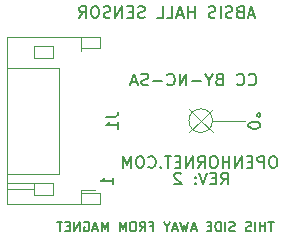
<source format=gbr>
%TF.GenerationSoftware,KiCad,Pcbnew,(5.1.9)-1*%
%TF.CreationDate,2021-10-16T13:59:42-06:00*%
%TF.ProjectId,ABSIS_Hall_Sensor,41425349-535f-4486-916c-6c5f53656e73,rev?*%
%TF.SameCoordinates,Original*%
%TF.FileFunction,Legend,Bot*%
%TF.FilePolarity,Positive*%
%FSLAX46Y46*%
G04 Gerber Fmt 4.6, Leading zero omitted, Abs format (unit mm)*
G04 Created by KiCad (PCBNEW (5.1.9)-1) date 2021-10-16 13:59:42*
%MOMM*%
%LPD*%
G01*
G04 APERTURE LIST*
%ADD10C,0.150000*%
%ADD11C,0.120000*%
G04 APERTURE END LIST*
D10*
X182008904Y-106876904D02*
X181551761Y-106876904D01*
X181780333Y-107676904D02*
X181780333Y-106876904D01*
X181285095Y-107676904D02*
X181285095Y-106876904D01*
X181285095Y-107257857D02*
X180827952Y-107257857D01*
X180827952Y-107676904D02*
X180827952Y-106876904D01*
X180447000Y-107676904D02*
X180447000Y-106876904D01*
X180104142Y-107638809D02*
X179989857Y-107676904D01*
X179799380Y-107676904D01*
X179723190Y-107638809D01*
X179685095Y-107600714D01*
X179647000Y-107524523D01*
X179647000Y-107448333D01*
X179685095Y-107372142D01*
X179723190Y-107334047D01*
X179799380Y-107295952D01*
X179951761Y-107257857D01*
X180027952Y-107219761D01*
X180066047Y-107181666D01*
X180104142Y-107105476D01*
X180104142Y-107029285D01*
X180066047Y-106953095D01*
X180027952Y-106915000D01*
X179951761Y-106876904D01*
X179761285Y-106876904D01*
X179647000Y-106915000D01*
X178732714Y-107638809D02*
X178618428Y-107676904D01*
X178427952Y-107676904D01*
X178351761Y-107638809D01*
X178313666Y-107600714D01*
X178275571Y-107524523D01*
X178275571Y-107448333D01*
X178313666Y-107372142D01*
X178351761Y-107334047D01*
X178427952Y-107295952D01*
X178580333Y-107257857D01*
X178656523Y-107219761D01*
X178694619Y-107181666D01*
X178732714Y-107105476D01*
X178732714Y-107029285D01*
X178694619Y-106953095D01*
X178656523Y-106915000D01*
X178580333Y-106876904D01*
X178389857Y-106876904D01*
X178275571Y-106915000D01*
X177932714Y-107676904D02*
X177932714Y-106876904D01*
X177551761Y-107676904D02*
X177551761Y-106876904D01*
X177361285Y-106876904D01*
X177247000Y-106915000D01*
X177170809Y-106991190D01*
X177132714Y-107067380D01*
X177094619Y-107219761D01*
X177094619Y-107334047D01*
X177132714Y-107486428D01*
X177170809Y-107562619D01*
X177247000Y-107638809D01*
X177361285Y-107676904D01*
X177551761Y-107676904D01*
X176751761Y-107257857D02*
X176485095Y-107257857D01*
X176370809Y-107676904D02*
X176751761Y-107676904D01*
X176751761Y-106876904D01*
X176370809Y-106876904D01*
X175456523Y-107448333D02*
X175075571Y-107448333D01*
X175532714Y-107676904D02*
X175266047Y-106876904D01*
X174999380Y-107676904D01*
X174808904Y-106876904D02*
X174618428Y-107676904D01*
X174466047Y-107105476D01*
X174313666Y-107676904D01*
X174123190Y-106876904D01*
X173856523Y-107448333D02*
X173475571Y-107448333D01*
X173932714Y-107676904D02*
X173666047Y-106876904D01*
X173399380Y-107676904D01*
X172980333Y-107295952D02*
X172980333Y-107676904D01*
X173247000Y-106876904D02*
X172980333Y-107295952D01*
X172713666Y-106876904D01*
X171570809Y-107257857D02*
X171837476Y-107257857D01*
X171837476Y-107676904D02*
X171837476Y-106876904D01*
X171456523Y-106876904D01*
X170694619Y-107676904D02*
X170961285Y-107295952D01*
X171151761Y-107676904D02*
X171151761Y-106876904D01*
X170847000Y-106876904D01*
X170770809Y-106915000D01*
X170732714Y-106953095D01*
X170694619Y-107029285D01*
X170694619Y-107143571D01*
X170732714Y-107219761D01*
X170770809Y-107257857D01*
X170847000Y-107295952D01*
X171151761Y-107295952D01*
X170199380Y-106876904D02*
X170047000Y-106876904D01*
X169970809Y-106915000D01*
X169894619Y-106991190D01*
X169856523Y-107143571D01*
X169856523Y-107410238D01*
X169894619Y-107562619D01*
X169970809Y-107638809D01*
X170047000Y-107676904D01*
X170199380Y-107676904D01*
X170275571Y-107638809D01*
X170351761Y-107562619D01*
X170389857Y-107410238D01*
X170389857Y-107143571D01*
X170351761Y-106991190D01*
X170275571Y-106915000D01*
X170199380Y-106876904D01*
X169513666Y-107676904D02*
X169513666Y-106876904D01*
X169247000Y-107448333D01*
X168980333Y-106876904D01*
X168980333Y-107676904D01*
X167989857Y-107676904D02*
X167989857Y-106876904D01*
X167723190Y-107448333D01*
X167456523Y-106876904D01*
X167456523Y-107676904D01*
X167113666Y-107448333D02*
X166732714Y-107448333D01*
X167189857Y-107676904D02*
X166923190Y-106876904D01*
X166656523Y-107676904D01*
X165970809Y-106915000D02*
X166047000Y-106876904D01*
X166161285Y-106876904D01*
X166275571Y-106915000D01*
X166351761Y-106991190D01*
X166389857Y-107067380D01*
X166427952Y-107219761D01*
X166427952Y-107334047D01*
X166389857Y-107486428D01*
X166351761Y-107562619D01*
X166275571Y-107638809D01*
X166161285Y-107676904D01*
X166085095Y-107676904D01*
X165970809Y-107638809D01*
X165932714Y-107600714D01*
X165932714Y-107334047D01*
X166085095Y-107334047D01*
X165589857Y-107676904D02*
X165589857Y-106876904D01*
X165132714Y-107676904D01*
X165132714Y-106876904D01*
X164751761Y-107257857D02*
X164485095Y-107257857D01*
X164370809Y-107676904D02*
X164751761Y-107676904D01*
X164751761Y-106876904D01*
X164370809Y-106876904D01*
X164142238Y-106876904D02*
X163685095Y-106876904D01*
X163913666Y-107676904D02*
X163913666Y-106876904D01*
X180887619Y-98726571D02*
X180887619Y-98631333D01*
X180840000Y-98536095D01*
X180792380Y-98488476D01*
X180697142Y-98440857D01*
X180506666Y-98393238D01*
X180268571Y-98393238D01*
X180078095Y-98440857D01*
X179982857Y-98488476D01*
X179935238Y-98536095D01*
X179887619Y-98631333D01*
X179887619Y-98726571D01*
X179935238Y-98821809D01*
X179982857Y-98869428D01*
X180078095Y-98917047D01*
X180268571Y-98964666D01*
X180506666Y-98964666D01*
X180697142Y-98917047D01*
X180792380Y-98869428D01*
X180840000Y-98821809D01*
X180887619Y-98726571D01*
X180887619Y-97821809D02*
X180840000Y-97917047D01*
X180744761Y-97964666D01*
X180649523Y-97917047D01*
X180601904Y-97821809D01*
X180649523Y-97726571D01*
X180744761Y-97678952D01*
X180840000Y-97726571D01*
X180887619Y-97821809D01*
X168379380Y-103696714D02*
X168379380Y-103125285D01*
X168379380Y-103411000D02*
X167379380Y-103411000D01*
X167522238Y-103315761D01*
X167617476Y-103220523D01*
X167665095Y-103125285D01*
X177561666Y-103703380D02*
X177895000Y-103227190D01*
X178133095Y-103703380D02*
X178133095Y-102703380D01*
X177752142Y-102703380D01*
X177656904Y-102751000D01*
X177609285Y-102798619D01*
X177561666Y-102893857D01*
X177561666Y-103036714D01*
X177609285Y-103131952D01*
X177656904Y-103179571D01*
X177752142Y-103227190D01*
X178133095Y-103227190D01*
X177133095Y-103179571D02*
X176799761Y-103179571D01*
X176656904Y-103703380D02*
X177133095Y-103703380D01*
X177133095Y-102703380D01*
X176656904Y-102703380D01*
X176371190Y-102703380D02*
X176037857Y-103703380D01*
X175704523Y-102703380D01*
X175371190Y-103608142D02*
X175323571Y-103655761D01*
X175371190Y-103703380D01*
X175418809Y-103655761D01*
X175371190Y-103608142D01*
X175371190Y-103703380D01*
X175371190Y-103084333D02*
X175323571Y-103131952D01*
X175371190Y-103179571D01*
X175418809Y-103131952D01*
X175371190Y-103084333D01*
X175371190Y-103179571D01*
X174180714Y-102798619D02*
X174133095Y-102751000D01*
X174037857Y-102703380D01*
X173799761Y-102703380D01*
X173704523Y-102751000D01*
X173656904Y-102798619D01*
X173609285Y-102893857D01*
X173609285Y-102989095D01*
X173656904Y-103131952D01*
X174228333Y-103703380D01*
X173609285Y-103703380D01*
X182077523Y-101306380D02*
X181887047Y-101306380D01*
X181791809Y-101354000D01*
X181696571Y-101449238D01*
X181648952Y-101639714D01*
X181648952Y-101973047D01*
X181696571Y-102163523D01*
X181791809Y-102258761D01*
X181887047Y-102306380D01*
X182077523Y-102306380D01*
X182172761Y-102258761D01*
X182268000Y-102163523D01*
X182315619Y-101973047D01*
X182315619Y-101639714D01*
X182268000Y-101449238D01*
X182172761Y-101354000D01*
X182077523Y-101306380D01*
X181220380Y-102306380D02*
X181220380Y-101306380D01*
X180839428Y-101306380D01*
X180744190Y-101354000D01*
X180696571Y-101401619D01*
X180648952Y-101496857D01*
X180648952Y-101639714D01*
X180696571Y-101734952D01*
X180744190Y-101782571D01*
X180839428Y-101830190D01*
X181220380Y-101830190D01*
X180220380Y-101782571D02*
X179887047Y-101782571D01*
X179744190Y-102306380D02*
X180220380Y-102306380D01*
X180220380Y-101306380D01*
X179744190Y-101306380D01*
X179315619Y-102306380D02*
X179315619Y-101306380D01*
X178744190Y-102306380D01*
X178744190Y-101306380D01*
X178268000Y-102306380D02*
X178268000Y-101306380D01*
X178268000Y-101782571D02*
X177696571Y-101782571D01*
X177696571Y-102306380D02*
X177696571Y-101306380D01*
X177029904Y-101306380D02*
X176839428Y-101306380D01*
X176744190Y-101354000D01*
X176648952Y-101449238D01*
X176601333Y-101639714D01*
X176601333Y-101973047D01*
X176648952Y-102163523D01*
X176744190Y-102258761D01*
X176839428Y-102306380D01*
X177029904Y-102306380D01*
X177125142Y-102258761D01*
X177220380Y-102163523D01*
X177268000Y-101973047D01*
X177268000Y-101639714D01*
X177220380Y-101449238D01*
X177125142Y-101354000D01*
X177029904Y-101306380D01*
X175601333Y-102306380D02*
X175934666Y-101830190D01*
X176172761Y-102306380D02*
X176172761Y-101306380D01*
X175791809Y-101306380D01*
X175696571Y-101354000D01*
X175648952Y-101401619D01*
X175601333Y-101496857D01*
X175601333Y-101639714D01*
X175648952Y-101734952D01*
X175696571Y-101782571D01*
X175791809Y-101830190D01*
X176172761Y-101830190D01*
X175172761Y-102306380D02*
X175172761Y-101306380D01*
X174601333Y-102306380D01*
X174601333Y-101306380D01*
X174125142Y-101782571D02*
X173791809Y-101782571D01*
X173648952Y-102306380D02*
X174125142Y-102306380D01*
X174125142Y-101306380D01*
X173648952Y-101306380D01*
X173363238Y-101306380D02*
X172791809Y-101306380D01*
X173077523Y-102306380D02*
X173077523Y-101306380D01*
X172458476Y-102211142D02*
X172410857Y-102258761D01*
X172458476Y-102306380D01*
X172506095Y-102258761D01*
X172458476Y-102211142D01*
X172458476Y-102306380D01*
X171410857Y-102211142D02*
X171458476Y-102258761D01*
X171601333Y-102306380D01*
X171696571Y-102306380D01*
X171839428Y-102258761D01*
X171934666Y-102163523D01*
X171982285Y-102068285D01*
X172029904Y-101877809D01*
X172029904Y-101734952D01*
X171982285Y-101544476D01*
X171934666Y-101449238D01*
X171839428Y-101354000D01*
X171696571Y-101306380D01*
X171601333Y-101306380D01*
X171458476Y-101354000D01*
X171410857Y-101401619D01*
X170791809Y-101306380D02*
X170601333Y-101306380D01*
X170506095Y-101354000D01*
X170410857Y-101449238D01*
X170363238Y-101639714D01*
X170363238Y-101973047D01*
X170410857Y-102163523D01*
X170506095Y-102258761D01*
X170601333Y-102306380D01*
X170791809Y-102306380D01*
X170887047Y-102258761D01*
X170982285Y-102163523D01*
X171029904Y-101973047D01*
X171029904Y-101639714D01*
X170982285Y-101449238D01*
X170887047Y-101354000D01*
X170791809Y-101306380D01*
X169934666Y-102306380D02*
X169934666Y-101306380D01*
X169601333Y-102020666D01*
X169268000Y-101306380D01*
X169268000Y-102306380D01*
X179926666Y-95226142D02*
X179974285Y-95273761D01*
X180117142Y-95321380D01*
X180212380Y-95321380D01*
X180355238Y-95273761D01*
X180450476Y-95178523D01*
X180498095Y-95083285D01*
X180545714Y-94892809D01*
X180545714Y-94749952D01*
X180498095Y-94559476D01*
X180450476Y-94464238D01*
X180355238Y-94369000D01*
X180212380Y-94321380D01*
X180117142Y-94321380D01*
X179974285Y-94369000D01*
X179926666Y-94416619D01*
X178926666Y-95226142D02*
X178974285Y-95273761D01*
X179117142Y-95321380D01*
X179212380Y-95321380D01*
X179355238Y-95273761D01*
X179450476Y-95178523D01*
X179498095Y-95083285D01*
X179545714Y-94892809D01*
X179545714Y-94749952D01*
X179498095Y-94559476D01*
X179450476Y-94464238D01*
X179355238Y-94369000D01*
X179212380Y-94321380D01*
X179117142Y-94321380D01*
X178974285Y-94369000D01*
X178926666Y-94416619D01*
X177402857Y-94797571D02*
X177260000Y-94845190D01*
X177212380Y-94892809D01*
X177164761Y-94988047D01*
X177164761Y-95130904D01*
X177212380Y-95226142D01*
X177260000Y-95273761D01*
X177355238Y-95321380D01*
X177736190Y-95321380D01*
X177736190Y-94321380D01*
X177402857Y-94321380D01*
X177307619Y-94369000D01*
X177260000Y-94416619D01*
X177212380Y-94511857D01*
X177212380Y-94607095D01*
X177260000Y-94702333D01*
X177307619Y-94749952D01*
X177402857Y-94797571D01*
X177736190Y-94797571D01*
X176545714Y-94845190D02*
X176545714Y-95321380D01*
X176879047Y-94321380D02*
X176545714Y-94845190D01*
X176212380Y-94321380D01*
X175879047Y-94940428D02*
X175117142Y-94940428D01*
X174640952Y-95321380D02*
X174640952Y-94321380D01*
X174069523Y-95321380D01*
X174069523Y-94321380D01*
X173021904Y-95226142D02*
X173069523Y-95273761D01*
X173212380Y-95321380D01*
X173307619Y-95321380D01*
X173450476Y-95273761D01*
X173545714Y-95178523D01*
X173593333Y-95083285D01*
X173640952Y-94892809D01*
X173640952Y-94749952D01*
X173593333Y-94559476D01*
X173545714Y-94464238D01*
X173450476Y-94369000D01*
X173307619Y-94321380D01*
X173212380Y-94321380D01*
X173069523Y-94369000D01*
X173021904Y-94416619D01*
X172593333Y-94940428D02*
X171831428Y-94940428D01*
X171402857Y-95273761D02*
X171260000Y-95321380D01*
X171021904Y-95321380D01*
X170926666Y-95273761D01*
X170879047Y-95226142D01*
X170831428Y-95130904D01*
X170831428Y-95035666D01*
X170879047Y-94940428D01*
X170926666Y-94892809D01*
X171021904Y-94845190D01*
X171212380Y-94797571D01*
X171307619Y-94749952D01*
X171355238Y-94702333D01*
X171402857Y-94607095D01*
X171402857Y-94511857D01*
X171355238Y-94416619D01*
X171307619Y-94369000D01*
X171212380Y-94321380D01*
X170974285Y-94321380D01*
X170831428Y-94369000D01*
X170450476Y-95035666D02*
X169974285Y-95035666D01*
X170545714Y-95321380D02*
X170212380Y-94321380D01*
X169879047Y-95321380D01*
X180378761Y-89320666D02*
X179902571Y-89320666D01*
X180474000Y-89606380D02*
X180140666Y-88606380D01*
X179807333Y-89606380D01*
X179140666Y-89082571D02*
X178997809Y-89130190D01*
X178950190Y-89177809D01*
X178902571Y-89273047D01*
X178902571Y-89415904D01*
X178950190Y-89511142D01*
X178997809Y-89558761D01*
X179093047Y-89606380D01*
X179474000Y-89606380D01*
X179474000Y-88606380D01*
X179140666Y-88606380D01*
X179045428Y-88654000D01*
X178997809Y-88701619D01*
X178950190Y-88796857D01*
X178950190Y-88892095D01*
X178997809Y-88987333D01*
X179045428Y-89034952D01*
X179140666Y-89082571D01*
X179474000Y-89082571D01*
X178521619Y-89558761D02*
X178378761Y-89606380D01*
X178140666Y-89606380D01*
X178045428Y-89558761D01*
X177997809Y-89511142D01*
X177950190Y-89415904D01*
X177950190Y-89320666D01*
X177997809Y-89225428D01*
X178045428Y-89177809D01*
X178140666Y-89130190D01*
X178331142Y-89082571D01*
X178426380Y-89034952D01*
X178474000Y-88987333D01*
X178521619Y-88892095D01*
X178521619Y-88796857D01*
X178474000Y-88701619D01*
X178426380Y-88654000D01*
X178331142Y-88606380D01*
X178093047Y-88606380D01*
X177950190Y-88654000D01*
X177521619Y-89606380D02*
X177521619Y-88606380D01*
X177093047Y-89558761D02*
X176950190Y-89606380D01*
X176712095Y-89606380D01*
X176616857Y-89558761D01*
X176569238Y-89511142D01*
X176521619Y-89415904D01*
X176521619Y-89320666D01*
X176569238Y-89225428D01*
X176616857Y-89177809D01*
X176712095Y-89130190D01*
X176902571Y-89082571D01*
X176997809Y-89034952D01*
X177045428Y-88987333D01*
X177093047Y-88892095D01*
X177093047Y-88796857D01*
X177045428Y-88701619D01*
X176997809Y-88654000D01*
X176902571Y-88606380D01*
X176664476Y-88606380D01*
X176521619Y-88654000D01*
X175331142Y-89606380D02*
X175331142Y-88606380D01*
X175331142Y-89082571D02*
X174759714Y-89082571D01*
X174759714Y-89606380D02*
X174759714Y-88606380D01*
X174331142Y-89320666D02*
X173854952Y-89320666D01*
X174426380Y-89606380D02*
X174093047Y-88606380D01*
X173759714Y-89606380D01*
X172950190Y-89606380D02*
X173426380Y-89606380D01*
X173426380Y-88606380D01*
X172140666Y-89606380D02*
X172616857Y-89606380D01*
X172616857Y-88606380D01*
X171093047Y-89558761D02*
X170950190Y-89606380D01*
X170712095Y-89606380D01*
X170616857Y-89558761D01*
X170569238Y-89511142D01*
X170521619Y-89415904D01*
X170521619Y-89320666D01*
X170569238Y-89225428D01*
X170616857Y-89177809D01*
X170712095Y-89130190D01*
X170902571Y-89082571D01*
X170997809Y-89034952D01*
X171045428Y-88987333D01*
X171093047Y-88892095D01*
X171093047Y-88796857D01*
X171045428Y-88701619D01*
X170997809Y-88654000D01*
X170902571Y-88606380D01*
X170664476Y-88606380D01*
X170521619Y-88654000D01*
X170093047Y-89082571D02*
X169759714Y-89082571D01*
X169616857Y-89606380D02*
X170093047Y-89606380D01*
X170093047Y-88606380D01*
X169616857Y-88606380D01*
X169188285Y-89606380D02*
X169188285Y-88606380D01*
X168616857Y-89606380D01*
X168616857Y-88606380D01*
X168188285Y-89558761D02*
X168045428Y-89606380D01*
X167807333Y-89606380D01*
X167712095Y-89558761D01*
X167664476Y-89511142D01*
X167616857Y-89415904D01*
X167616857Y-89320666D01*
X167664476Y-89225428D01*
X167712095Y-89177809D01*
X167807333Y-89130190D01*
X167997809Y-89082571D01*
X168093047Y-89034952D01*
X168140666Y-88987333D01*
X168188285Y-88892095D01*
X168188285Y-88796857D01*
X168140666Y-88701619D01*
X168093047Y-88654000D01*
X167997809Y-88606380D01*
X167759714Y-88606380D01*
X167616857Y-88654000D01*
X166997809Y-88606380D02*
X166807333Y-88606380D01*
X166712095Y-88654000D01*
X166616857Y-88749238D01*
X166569238Y-88939714D01*
X166569238Y-89273047D01*
X166616857Y-89463523D01*
X166712095Y-89558761D01*
X166807333Y-89606380D01*
X166997809Y-89606380D01*
X167093047Y-89558761D01*
X167188285Y-89463523D01*
X167235904Y-89273047D01*
X167235904Y-88939714D01*
X167188285Y-88749238D01*
X167093047Y-88654000D01*
X166997809Y-88606380D01*
X165569238Y-89606380D02*
X165902571Y-89130190D01*
X166140666Y-89606380D02*
X166140666Y-88606380D01*
X165759714Y-88606380D01*
X165664476Y-88654000D01*
X165616857Y-88701619D01*
X165569238Y-88796857D01*
X165569238Y-88939714D01*
X165616857Y-89034952D01*
X165664476Y-89082571D01*
X165759714Y-89130190D01*
X166140666Y-89130190D01*
D11*
X174847000Y-99298000D02*
X175847000Y-98298000D01*
X176847000Y-99298000D02*
X175847000Y-98298000D01*
X176847000Y-97298000D02*
X175847000Y-98298000D01*
X174847000Y-97298000D02*
X175847000Y-98298000D01*
X176847000Y-98298000D02*
G75*
G03*
X176847000Y-98298000I-1000000J0D01*
G01*
X176847000Y-98298000D02*
X179578000Y-98298000D01*
%TO.C,J1*%
X165707000Y-104158000D02*
X166922000Y-104158000D01*
X161747000Y-104098000D02*
X159487000Y-104098000D01*
X161747000Y-103598000D02*
X159487000Y-103598000D01*
X163347000Y-92998000D02*
X163347000Y-91998000D01*
X161747000Y-92998000D02*
X163347000Y-92998000D01*
X161747000Y-91998000D02*
X161747000Y-92998000D01*
X163347000Y-91998000D02*
X161747000Y-91998000D01*
X163347000Y-103598000D02*
X163347000Y-104598000D01*
X161747000Y-103598000D02*
X163347000Y-103598000D01*
X161747000Y-104598000D02*
X161747000Y-103598000D01*
X163347000Y-104598000D02*
X161747000Y-104598000D01*
X165707000Y-91238000D02*
X165707000Y-92158000D01*
X165707000Y-105358000D02*
X165707000Y-104438000D01*
X163847000Y-93798000D02*
X159487000Y-93798000D01*
X163847000Y-102798000D02*
X163847000Y-93798000D01*
X159487000Y-102798000D02*
X163847000Y-102798000D01*
X165707000Y-92158000D02*
X165707000Y-92438000D01*
X167307000Y-92158000D02*
X165707000Y-92158000D01*
X167307000Y-91238000D02*
X167307000Y-92158000D01*
X159487000Y-91238000D02*
X167307000Y-91238000D01*
X159487000Y-105358000D02*
X159487000Y-91238000D01*
X167307000Y-105358000D02*
X159487000Y-105358000D01*
X167307000Y-104438000D02*
X167307000Y-105358000D01*
X165707000Y-104438000D02*
X167307000Y-104438000D01*
X165707000Y-104158000D02*
X165707000Y-104438000D01*
D10*
X167849380Y-97964666D02*
X168563666Y-97964666D01*
X168706523Y-97917047D01*
X168801761Y-97821809D01*
X168849380Y-97678952D01*
X168849380Y-97583714D01*
X168849380Y-98964666D02*
X168849380Y-98393238D01*
X168849380Y-98678952D02*
X167849380Y-98678952D01*
X167992238Y-98583714D01*
X168087476Y-98488476D01*
X168135095Y-98393238D01*
%TD*%
M02*

</source>
